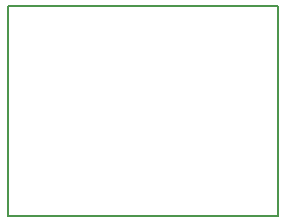
<source format=gbr>
G04 #@! TF.FileFunction,Profile,NP*
%FSLAX46Y46*%
G04 Gerber Fmt 4.6, Leading zero omitted, Abs format (unit mm)*
G04 Created by KiCad (PCBNEW 4.0.7) date 01/25/19 00:02:05*
%MOMM*%
%LPD*%
G01*
G04 APERTURE LIST*
%ADD10C,0.100000*%
%ADD11C,0.150000*%
G04 APERTURE END LIST*
D10*
D11*
X138430000Y-104140000D02*
X138430000Y-86360000D01*
X161290000Y-104140000D02*
X138430000Y-104140000D01*
X161290000Y-86360000D02*
X161290000Y-104140000D01*
X138430000Y-86360000D02*
X161290000Y-86360000D01*
M02*

</source>
